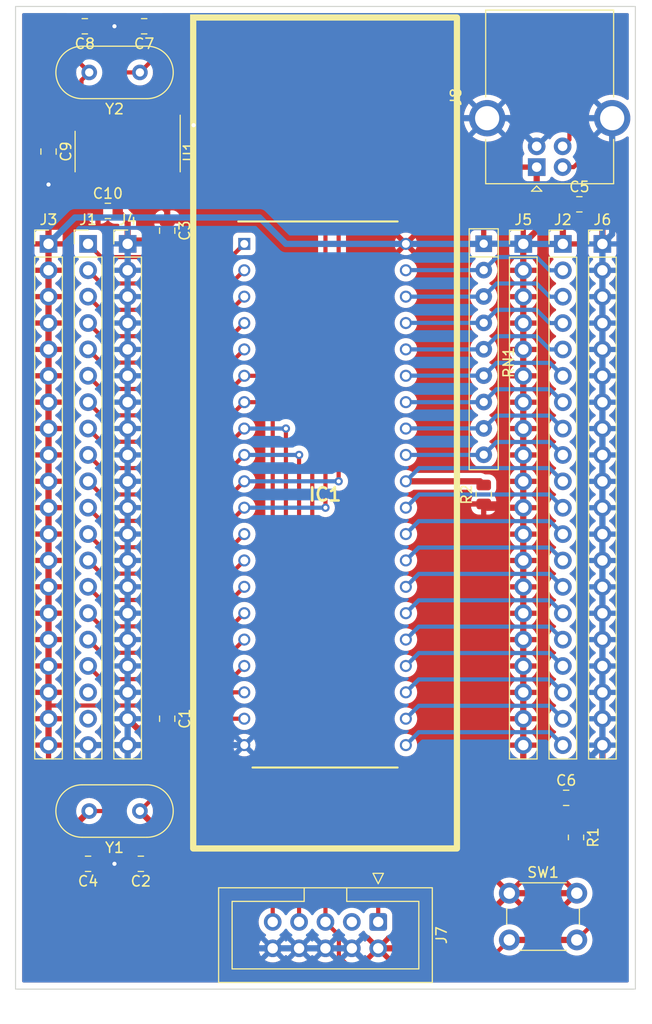
<source format=kicad_pcb>
(kicad_pcb (version 20211014) (generator pcbnew)
  (layers (0 "F.Cu" signal) (31 "B.Cu" signal) (34 "B.Paste" user) (35 "F.Paste" user) (36 "B.SilkS" user "B.Silkscreen") (37 "F.SilkS" user "F.Silkscreen") (38 "B.Mask" user) (39 "F.Mask" user) (44 "Edge.Cuts" user))
  (net 0 "")
  (net 3 "Net-(IC1-Pad1)")
  (net 4 "Net-(IC1-Pad2)")
  (net 5 "Net-(IC1-Pad3)")
  (net 6 "Net-(IC1-Pad4)")
  (net 7 "Net-(IC1-Pad5)")
  (net 8 "Net-(IC1-Pad12)")
  (net 9 "Net-(IC1-Pad13)")
  (net 10 "Net-(IC1-Pad14)")
  (net 11 "Net-(IC1-Pad15)")
  (net 12 "Net-(IC1-Pad16)")
  (net 13 "Net-(IC1-Pad17)")
  (net 14 "Net-(IC1-Pad21)")
  (net 15 "Net-(IC1-Pad22)")
  (net 16 "Net-(IC1-Pad23)")
  (net 17 "Net-(IC1-Pad24)")
  (net 18 "Net-(IC1-Pad25)")
  (net 19 "Net-(IC1-Pad26)")
  (net 20 "Net-(IC1-Pad27)")
  (net 21 "Net-(IC1-Pad28)")
  (net 22 "Net-(IC1-Pad29)")
  (net 23 "Net-(IC1-Pad30)")
  (net 24 "Net-(IC1-Pad31)")
  (net 25 "Net-(IC1-Pad32)")
  (net 26 "Net-(IC1-Pad33)")
  (net 27 "Net-(IC1-Pad34)")
  (net 28 "Net-(IC1-Pad35)")
  (net 29 "Net-(IC1-Pad36)")
  (net 30 "Net-(IC1-Pad37)")
  (net 31 "Net-(IC1-Pad38)")
  (net 32 "Net-(IC1-Pad39)")
  (net 33 "+5V")
  (net 34 "GND")
  (net 35 "/MOSI")
  (net 37 "/RST")
  (net 38 "/MISO")
  (net 39 "/XTAL1")
  (net 40 "/XTAL2")
  (net 41 "/SCK")
  (net 43 "Net-(U1-Pad7)")
  (net 44 "Net-(U1-Pad8)")
  (net 45 "Net-(U1-Pad4)")
  (net 46 "/CH_RXD")
  (net 47 "/CH_TXD")
  (net 48 "Net-(U1-Pad6)")
  (net 49 "Net-(U1-Pad5)")
  (net 50 "Net-(U1-Pad9)")
  (net 51 "Net-(U1-Pad10)")
  (footprint "Resistor_SMD:R_0805_2012Metric" (layer "F.Cu") (at 182.88 138.43 -90)
    (fp_text reference "R1")
    (fp_text value "R")
  )
  (footprint "Button_Switch_THT:SW_PUSH_6mm" (layer "F.Cu") (at 176.455 143.8)
    (fp_text reference "SW1")
    (fp_text value "SW_Push")
  )
  (footprint "Capacitor_SMD:C_0805_2012Metric" (layer "F.Cu") (at 135.89 140.97 180)
    (fp_text reference "C4")
    (fp_text value "C")
  )
  (footprint "Capacitor_SMD:C_0805_2012Metric" (layer "F.Cu") (at 135.575 60.325 180)
    (fp_text reference "C8")
    (fp_text value "C")
  )
  (footprint "Resistor_SMD:R_0805_2012Metric" (layer "F.Cu") (at 173.99 105.41 90)
    (fp_text reference "R2")
    (fp_text value "R")
  )
  (footprint "Connector_PinHeader_2.54mm:PinHeader_1x20_P2.54mm_Vertical" (layer "F.Cu") (at 135.89 81.28)
    (fp_text reference "J1")
    (fp_text value "Conn_01x20")
  )
  (footprint "Capacitor_SMD:C_0805_2012Metric" (layer "F.Cu") (at 137.795 78.105)
    (fp_text reference "C10")
    (fp_text value "C")
  )
  (footprint "Package_SO:SOP-16_3.9x9.9mm_P1.27mm" (layer "F.Cu") (at 139.7 72.39 -90)
    (fp_text reference "U1")
    (fp_text value "CH340G")
  )
  (footprint "Connector_PinHeader_2.54mm:PinHeader_1x20_P2.54mm_Vertical" (layer "F.Cu") (at 181.61 81.285)
    (fp_text reference "J2")
    (fp_text value "Conn_01x20")
  )
  (footprint "Capacitor_SMD:C_0805_2012Metric" (layer "F.Cu") (at 140.97 140.97 180)
    (fp_text reference "C2")
    (fp_text value "C")
  )
  (footprint "Capacitor_SMD:C_0805_2012Metric" (layer "F.Cu") (at 183.2 77.47)
    (fp_text reference "C5")
    (fp_text value "C")
  )
  (footprint "Capacitor_SMD:C_0805_2012Metric" (layer "F.Cu") (at 143.51 80.01 -90)
    (fp_text reference "C3")
    (fp_text value "C")
  )
  (footprint "Capacitor_SMD:C_0805_2012Metric" (layer "F.Cu") (at 132.08 72.39 -90)
    (fp_text reference "C9")
    (fp_text value "C")
  )
  (footprint "Crystal:Crystal_HC49-U_Vertical" (layer "F.Cu") (at 140.88 64.77 180)
    (fp_text reference "Y2")
    (fp_text value "Crystal")
  )
  (footprint "Resistor_THT:R_Array_SIP9" (layer "F.Cu") (at 173.99 81.265 -90)
    (fp_text reference "RN1")
    (fp_text value "R_Network08")
  )
  (footprint "Capacitor_SMD:C_0805_2012Metric" (layer "F.Cu") (at 143.51 127 -90)
    (fp_text reference "C1")
    (fp_text value "C")
  )
  (footprint "Connector_PinHeader_2.54mm:PinHeader_1x20_P2.54mm_Vertical" (layer "F.Cu") (at 139.7 81.28)
    (fp_text reference "J4")
    (fp_text value "Conn_01x20")
  )
  (footprint "Connector_IDC:IDC-Header_2x05_P2.54mm_Vertical" (layer "F.Cu") (at 163.83 146.5675 -90)
    (fp_text reference "J7")
    (fp_text value "Conn_02x05_Odd_Even")
  )
  (footprint "Connector_PinHeader_2.54mm:PinHeader_1x20_P2.54mm_Vertical" (layer "F.Cu") (at 132.08 81.28)
    (fp_text reference "J3")
    (fp_text value "Conn_01x20")
  )
  (footprint "Connector_PinHeader_2.54mm:PinHeader_1x20_P2.54mm_Vertical" (layer "F.Cu") (at 185.42 81.285)
    (fp_text reference "J6")
    (fp_text value "Conn_01x20")
  )
  (footprint "Capacitor_SMD:C_0805_2012Metric" (layer "F.Cu") (at 181.93 134.62)
    (fp_text reference "C6")
    (fp_text value "C")
  )
  (footprint "Connector_USB:USB_B_OST_USB-B1HSxx_Horizontal" (layer "F.Cu") (at 179.09 73.8875 90)
    (fp_text reference "J8")
    (fp_text value "USB_B")
  )
  (footprint "Connector_PinHeader_2.54mm:PinHeader_1x20_P2.54mm_Vertical" (layer "F.Cu") (at 177.8 81.285)
    (fp_text reference "J5")
    (fp_text value "Conn_01x20")
  )
  (footprint "Crystal:Crystal_HC49-U_Vertical" (layer "F.Cu") (at 140.88 135.89 180)
    (fp_text reference "Y1")
    (fp_text value "Crystal")
  )
  (footprint "SamacSys_Parts:DIP1556W56P254L5232H483Q40N" (layer "F.Cu") (at 158.712 105.41)
    (fp_text reference "IC1")
    (fp_text value "AT89S52-24PU" hide)
  )
  (footprint "Capacitor_SMD:C_0805_2012Metric" (layer "F.Cu") (at 141.29 60.325 180)
    (fp_text reference "C7")
    (fp_text value "C")
  )
  (gr_rect (start 146.012 59.484) (end 171.412 139.494) (layer "F.SilkS") (width 0.6) (fill none))
  (gr_rect (start 188.595 58.42) (end 128.905 153.035) (layer "Edge.Cuts") (width 0.1) (fill none))
  (segment (start 137.16 82.55) (end 149.663 82.55) (width 0.4) (layer "F.Cu") (net 3))
  (segment (start 149.663 82.55) (end 150.933 81.28) (width 0.4) (layer "F.Cu") (net 3))
  (segment (start 135.89 81.28) (end 137.16 82.55) (width 0.4) (layer "F.Cu") (net 3))
  (segment (start 149.663 85.09) (end 150.933 83.82) (width 0.4) (layer "F.Cu") (net 4))
  (segment (start 135.89 83.82) (end 137.16 85.09) (width 0.4) (layer "F.Cu") (net 4))
  (segment (start 137.16 85.09) (end 149.663 85.09) (width 0.4) (layer "F.Cu") (net 4))
  (segment (start 135.89 86.36) (end 137.16 87.63) (width 0.4) (layer "F.Cu") (net 5))
  (segment (start 137.16 87.63) (end 149.663 87.63) (width 0.4) (layer "F.Cu") (net 5))
  (segment (start 149.663 87.63) (end 150.933 86.36) (width 0.4) (layer "F.Cu") (net 5))
  (segment (start 135.89 88.9) (end 137.16 90.17) (width 0.4) (layer "F.Cu") (net 6))
  (segment (start 149.663 90.17) (end 150.933 88.9) (width 0.4) (layer "F.Cu") (net 6))
  (segment (start 137.16 90.17) (end 149.663 90.17) (width 0.4) (layer "F.Cu") (net 6))
  (segment (start 135.89 91.44) (end 137.16 92.71) (width 0.4) (layer "F.Cu") (net 7))
  (segment (start 149.663 92.71) (end 150.933 91.44) (width 0.4) (layer "F.Cu") (net 7))
  (segment (start 137.16 92.71) (end 149.663 92.71) (width 0.4) (layer "F.Cu") (net 7))
  (segment (start 137.16 110.49) (end 149.663 110.49) (width 0.4) (layer "F.Cu") (net 8))
  (segment (start 149.663 110.49) (end 150.933 109.22) (width 0.4) (layer "F.Cu") (net 8))
  (segment (start 135.89 109.22) (end 137.16 110.49) (width 0.4) (layer "F.Cu") (net 8))
  (segment (start 149.663 113.03) (end 150.933 111.76) (width 0.4) (layer "F.Cu") (net 9))
  (segment (start 137.16 113.03) (end 149.663 113.03) (width 0.4) (layer "F.Cu") (net 9))
  (segment (start 135.89 111.76) (end 137.16 113.03) (width 0.4) (layer "F.Cu") (net 9))
  (segment (start 149.663 115.57) (end 150.933 114.3) (width 0.4) (layer "F.Cu") (net 10))
  (segment (start 137.16 115.57) (end 149.663 115.57) (width 0.4) (layer "F.Cu") (net 10))
  (segment (start 135.89 114.3) (end 137.16 115.57) (width 0.4) (layer "F.Cu") (net 10))
  (segment (start 149.663 118.11) (end 150.933 116.84) (width 0.4) (layer "F.Cu") (net 11))
  (segment (start 137.16 118.11) (end 149.663 118.11) (width 0.4) (layer "F.Cu") (net 11))
  (segment (start 135.89 116.84) (end 137.16 118.11) (width 0.4) (layer "F.Cu") (net 11))
  (segment (start 137.16 120.65) (end 149.663 120.65) (width 0.4) (layer "F.Cu") (net 12))
  (segment (start 135.89 119.38) (end 137.16 120.65) (width 0.4) (layer "F.Cu") (net 12))
  (segment (start 149.663 120.65) (end 150.933 119.38) (width 0.4) (layer "F.Cu") (net 12))
  (segment (start 135.89 121.92) (end 137.16 123.19) (width 0.4) (layer "F.Cu") (net 13))
  (segment (start 137.16 123.19) (end 149.663 123.19) (width 0.4) (layer "F.Cu") (net 13))
  (segment (start 149.663 123.19) (end 150.933 121.92) (width 0.4) (layer "F.Cu") (net 13))
  (segment (start 180.360489 128.295489) (end 167.735511 128.295489) (width 0.4) (layer "B.Cu") (net 14))
  (segment (start 167.735511 128.295489) (end 166.491 129.54) (width 0.4) (layer "B.Cu") (net 14))
  (segment (start 181.61 129.545) (end 180.360489 128.295489) (width 0.4) (layer "B.Cu") (net 14))
  (segment (start 167.735511 125.755489) (end 166.491 127) (width 0.4) (layer "B.Cu") (net 15))
  (segment (start 181.61 127.005) (end 180.360489 125.755489) (width 0.4) (layer "B.Cu") (net 15))
  (segment (start 180.360489 125.755489) (end 167.735511 125.755489) (width 0.4) (layer "B.Cu") (net 15))
  (segment (start 167.735511 123.215489) (end 166.491 124.46) (width 0.4) (layer "B.Cu") (net 16))
  (segment (start 180.360489 123.215489) (end 167.735511 123.215489) (width 0.4) (layer "B.Cu") (net 16))
  (segment (start 181.61 124.465) (end 180.360489 123.215489) (width 0.4) (layer "B.Cu") (net 16))
  (segment (start 180.360489 120.675489) (end 167.735511 120.675489) (width 0.4) (layer "B.Cu") (net 17))
  (segment (start 181.61 121.925) (end 180.360489 120.675489) (width 0.4) (layer "B.Cu") (net 17))
  (segment (start 167.735511 120.675489) (end 166.491 121.92) (width 0.4) (layer "B.Cu") (net 17))
  (segment (start 167.735511 118.135489) (end 166.491 119.38) (width 0.4) (layer "B.Cu") (net 18))
  (segment (start 181.61 119.385) (end 180.360489 118.135489) (width 0.4) (layer "B.Cu") (net 18))
  (segment (start 180.360489 118.135489) (end 167.735511 118.135489) (width 0.4) (layer "B.Cu") (net 18))
  (segment (start 181.61 116.845) (end 180.360489 115.595489) (width 0.4) (layer "B.Cu") (net 19))
  (segment (start 180.360489 115.595489) (end 167.735511 115.595489) (width 0.4) (layer "B.Cu") (net 19))
  (segment (start 167.735511 115.595489) (end 166.491 116.84) (width 0.4) (layer "B.Cu") (net 19))
  (segment (start 181.61 114.305) (end 180.360489 113.055489) (width 0.4) (layer "B.Cu") (net 20))
  (segment (start 167.735511 113.055489) (end 166.491 114.3) (width 0.4) (layer "B.Cu") (net 20))
  (segment (start 180.360489 113.055489) (end 167.735511 113.055489) (width 0.4) (layer "B.Cu") (net 20))
  (segment (start 181.61 111.765) (end 180.360489 110.515489) (width 0.4) (layer "B.Cu") (net 21))
  (segment (start 167.735511 110.515489) (end 166.491 111.76) (width 0.4) (layer "B.Cu") (net 21))
  (segment (start 180.360489 110.515489) (end 167.735511 110.515489) (width 0.4) (layer "B.Cu") (net 21))
  (segment (start 180.360489 107.975489) (end 167.735511 107.975489) (width 0.4) (layer "B.Cu") (net 22))
  (segment (start 181.61 109.225) (end 180.360489 107.975489) (width 0.4) (layer "B.Cu") (net 22))
  (segment (start 167.735511 107.975489) (end 166.491 109.22) (width 0.4) (layer "B.Cu") (net 22))
  (segment (start 180.335 105.41) (end 167.761 105.41) (width 0.4) (layer "B.Cu") (net 23))
  (segment (start 181.61 106.685) (end 180.335 105.41) (width 0.4) (layer "B.Cu") (net 23))
  (segment (start 167.761 105.41) (end 166.491 106.68) (width 0.4) (layer "B.Cu") (net 23))
  (segment (start 173.99 104.4975) (end 173.6325 104.14) (width 0.6) (layer "F.Cu") (net 24))
  (segment (start 173.6325 104.14) (end 166.491 104.14) (width 0.6) (layer "F.Cu") (net 24))
  (segment (start 167.761 102.87) (end 166.491 104.14) (width 0.4) (layer "B.Cu") (net 24))
  (segment (start 180.34 102.87) (end 167.761 102.87) (width 0.4) (layer "B.Cu") (net 24))
  (segment (start 180.34 102.875) (end 180.34 102.87) (width 0.4) (layer "B.Cu") (net 24))
  (segment (start 181.61 104.145) (end 180.34 102.875) (width 0.4) (layer "B.Cu") (net 24))
  (segment (start 175.219511 100.355489) (end 173.99 101.585) (width 0.4) (layer "B.Cu") (net 25))
  (segment (start 180.360489 100.355489) (end 175.219511 100.355489) (width 0.4) (layer "B.Cu") (net 25))
  (segment (start 173.975 101.6) (end 173.99 101.585) (width 0.4) (layer "B.Cu") (net 25))
  (segment (start 181.61 101.605) (end 180.360489 100.355489) (width 0.4) (layer "B.Cu") (net 25))
  (segment (start 166.491 101.6) (end 173.975 101.6) (width 0.4) (layer "B.Cu") (net 25))
  (segment (start 173.99 99.045) (end 166.506 99.045) (width 0.4) (layer "B.Cu") (net 26))
  (segment (start 181.61 99.065) (end 180.360489 97.815489) (width 0.4) (layer "B.Cu") (net 26))
  (segment (start 166.506 99.045) (end 166.491 99.06) (width 0.4) (layer "B.Cu") (net 26))
  (segment (start 175.219511 97.815489) (end 173.99 99.045) (width 0.4) (layer "B.Cu") (net 26))
  (segment (start 180.360489 97.815489) (end 175.219511 97.815489) (width 0.4) (layer "B.Cu") (net 26))
  (segment (start 180.360489 95.275489) (end 175.219511 95.275489) (width 0.4) (layer "B.Cu") (net 27))
  (segment (start 175.219511 95.275489) (end 173.99 96.505) (width 0.4) (layer "B.Cu") (net 27))
  (segment (start 181.61 96.525) (end 180.360489 95.275489) (width 0.4) (layer "B.Cu") (net 27))
  (segment (start 173.975 96.52) (end 173.99 96.505) (width 0.4) (layer "B.Cu") (net 27))
  (segment (start 166.491 96.52) (end 173.975 96.52) (width 0.4) (layer "B.Cu") (net 27))
  (segment (start 180.360489 92.735489) (end 175.219511 92.735489) (width 0.4) (layer "B.Cu") (net 28))
  (segment (start 166.506 93.965) (end 166.491 93.98) (width 0.4) (layer "B.Cu") (net 28))
  (segment (start 173.99 93.965) (end 166.506 93.965) (width 0.4) (layer "B.Cu") (net 28))
  (segment (start 181.61 93.985) (end 180.360489 92.735489) (width 0.4) (layer "B.Cu") (net 28))
  (segment (start 175.219511 92.735489) (end 173.99 93.965) (width 0.4) (layer "B.Cu") (net 28))
  (segment (start 180.345 91.445) (end 179.07 90.17) (width 0.4) (layer "B.Cu") (net 29))
  (segment (start 179.07 90.17) (end 175.245 90.17) (width 0.4) (layer "B.Cu") (net 29))
  (segment (start 181.61 91.445) (end 180.345 91.445) (width 0.4) (layer "B.Cu") (net 29))
  (segment (start 175.245 90.17) (end 173.99 91.425) (width 0.4) (layer "B.Cu") (net 29))
  (segment (start 166.491 91.44) (end 173.975 91.44) (width 0.4) (layer "B.Cu") (net 29))
  (segment (start 173.975 91.44) (end 173.99 91.425) (width 0.4) (layer "B.Cu") (net 29))
  (segment (start 175.245 87.63) (end 173.99 88.885) (width 0.4) (layer "B.Cu") (net 30))
  (segment (start 166.506 88.885) (end 166.491 88.9) (width 0.4) (layer "B.Cu") (net 30))
  (segment (start 181.61 88.905) (end 180.345 88.905) (width 0.4) (layer "B.Cu") (net 30))
  (segment (start 173.99 88.885) (end 166.506 88.885) (width 0.4) (layer "B.Cu") (net 30))
  (segment (start 179.07 87.63) (end 175.245 87.63) (width 0.4) (layer "B.Cu") (net 30))
  (segment (start 180.345 88.905) (end 179.07 87.63) (width 0.4) (layer "B.Cu") (net 30))
  (segment (start 181.61 86.365) (end 180.345 86.365) (width 0.4) (layer "B.Cu") (net 31))
  (segment (start 173.975 86.36) (end 173.99 86.345) (width 0.4) (layer "B.Cu") (net 31))
  (segment (start 175.245 85.09) (end 173.99 86.345) (width 0.4) (layer "B.Cu") (net 31))
  (segment (start 166.491 86.36) (end 173.975 86.36) (width 0.4) (layer "B.Cu") (net 31))
  (segment (start 180.345 86.365) (end 179.07 85.09) (width 0.4) (layer "B.Cu") (net 31))
  (segment (start 179.07 85.09) (end 175.245 85.09) (width 0.4) (layer "B.Cu") (net 31))
  (segment (start 179.07 82.55) (end 175.245 82.55) (width 0.4) (layer "B.Cu") (net 32))
  (segment (start 175.245 82.55) (end 173.99 83.805) (width 0.4) (layer "B.Cu") (net 32))
  (segment (start 181.61 83.825) (end 180.345 83.825) (width 0.4) (layer "B.Cu") (net 32))
  (segment (start 166.506 83.805) (end 166.491 83.82) (width 0.4) (layer "B.Cu") (net 32))
  (segment (start 173.99 83.805) (end 166.506 83.805) (width 0.4) (layer "B.Cu") (net 32))
  (segment (start 180.345 83.825) (end 179.07 82.55) (width 0.4) (layer "B.Cu") (net 32))
  (segment (start 177.8 111.765) (end 177.8 114.305) (width 0.6) (layer "F.Cu") (net 33))
  (segment (start 163.83 149.1075) (end 171.1475 149.1075) (width 0.6) (layer "F.Cu") (net 33))
  (segment (start 143.51 126.05) (end 143.19 125.73) (width 0.4) (layer "F.Cu") (net 33))
  (segment (start 132.08 106.68) (end 132.08 109.22) (width 0.6) (layer "F.Cu") (net 33))
  (segment (start 132.08 81.28) (end 132.08 79.375) (width 0.6) (layer "F.Cu") (net 33))
  (segment (start 132.08 121.92) (end 132.08 124.46) (width 0.6) (layer "F.Cu") (net 33))
  (segment (start 143.19 125.73) (end 132.08 125.73) (width 0.4) (layer "F.Cu") (net 33))
  (segment (start 174.3525 106.685) (end 173.99 106.3225) (width 0.6) (layer "F.Cu") (net 33))
  (segment (start 180.98 134.62) (end 180.98 143.45) (width 0.6) (layer "F.Cu") (net 33))
  (segment (start 132.08 104.14) (end 132.08 106.68) (width 0.6) (layer "F.Cu") (net 33))
  (segment (start 177.8 88.905) (end 177.8 91.445) (width 0.6) (layer "F.Cu") (net 33))
  (segment (start 132.08 81.28) (end 132.08 83.82) (width 0.6) (layer "F.Cu") (net 33))
  (segment (start 182.25 77.47) (end 182.245 77.47) (width 0.6) (layer "F.Cu") (net 33))
  (segment (start 177.8 106.685) (end 174.3525 106.685) (width 0.6) (layer "F.Cu") (net 33))
  (segment (start 177.8 81.285) (end 177.8 83.825) (width 0.6) (layer "F.Cu") (net 33))
  (segment (start 176.455 143.8) (end 180.63 143.8) (width 0.6) (layer "F.Cu") (net 33))
  (segment (start 132.08 109.22) (end 132.08 111.76) (width 0.6) (layer "F.Cu") (net 33))
  (segment (start 177.8 121.925) (end 177.8 124.465) (width 0.6) (layer "F.Cu") (net 33))
  (segment (start 137.795 74.89) (end 137.795 76.835) (width 0.4) (layer "F.Cu") (net 33))
  (segment (start 177.8 93.985) (end 177.8 96.525) (width 0.6) (layer "F.Cu") (net 33))
  (segment (start 132.08 88.9) (end 132.08 86.36) (width 0.6) (layer "F.Cu") (net 33))
  (segment (start 177.8 106.685) (end 177.8 109.225) (width 0.6) (layer "F.Cu") (net 33))
  (segment (start 179.09 79.995) (end 177.8 81.285) (width 0.6) (layer "F.Cu") (net 33))
  (segment (start 132.08 116.84) (end 132.08 119.38) (width 0.6) (layer "F.Cu") (net 33))
  (segment (start 137.795 76.835) (end 139.065 76.835) (width 0.6) (layer "F.Cu") (net 33))
  (segment (start 143.51 78.105) (end 143.51 79.06) (width 0.6) (layer "F.Cu") (net 33))
  (segment (start 177.8 111.765) (end 177.8 109.225) (width 0.6) (layer "F.Cu") (net 33))
  (segment (start 171.1475 149.1075) (end 176.455 143.8) (width 0.6) (layer "F.Cu") (net 33))
  (segment (start 180.98 143.45) (end 180.63 143.8) (width 0.6) (layer "F.Cu") (net 33))
  (segment (start 177.8 116.845) (end 177.8 114.305) (width 0.6) (layer "F.Cu") (net 33))
  (segment (start 177.8 124.465) (end 177.8 127.005) (width 0.6) (layer "F.Cu") (net 33))
  (segment (start 132.08 125.73) (end 132.08 124.46) (width 0.6) (layer "F.Cu") (net 33))
  (segment (start 132.08 96.52) (end 132.08 99.06) (width 0.6) (layer "F.Cu") (net 33))
  (segment (start 177.8 104.145) (end 177.8 101.605) (width 0.6) (layer "F.Cu") (net 33))
  (segment (start 177.8 99.065) (end 177.8 101.605) (width 0.6) (layer "F.Cu") (net 33))
  (segment (start 132.08 96.52) (end 132.08 93.98) (width 0.6) (layer "F.Cu") (net 33))
  (segment (start 139.065 74.89) (end 139.065 76.835) (width 0.4) (layer "F.Cu") (net 33))
  (segment (start 132.08 93.98) (end 132.08 91.44) (width 0.6) (layer "F.Cu") (net 33))
  (segment (start 132.08 116.84) (end 132.08 114.3) (width 0.6) (layer "F.Cu") (net 33))
  (segment (start 136.845 78.105) (end 136.845 77.15) (width 0.6) (layer "F.Cu") (net 33))
  (segment (start 180.63 143.8) (end 182.955 143.8) (width 0.6) (layer "F.Cu") (net 33))
  (segment (start 177.8 129.545) (end 177.8 131.44) (width 0.6) (layer "F.Cu") (net 33))
  (segment (start 132.08 121.92) (end 132.08 119.38) (width 0.6) (layer "F.Cu") (net 33))
  (segment (start 177.8 119.385) (end 177.8 121.925) (width 0.6) (layer "F.Cu") (net 33))
  (segment (start 144.145 74.89) (end 144.145 77.47) (width 0.4) (layer "F.Cu") (net 33))
  (segment (start 177.8 131.44) (end 180.98 134.62) (width 0.6) (layer "F.Cu") (net 33))
  (segment (start 177.8 116.845) (end 177.8 119.385) (width 0.6) (layer "F.Cu") (net 33))
  (segment (start 134.62 76.835) (end 137.16 76.835) (width 0.6) (layer "F.Cu") (net 33))
  (segment (start 132.08 99.06) (end 132.08 101.6) (width 0.6) (layer "F.Cu") (net 33))
  (segment (start 177.8 93.985) (end 177.8 91.445) (width 0.6) (layer "F.Cu") (net 33))
  (segment (start 132.08 127) (end 132.08 129.54) (width 0.6) (layer "F.Cu") (net 33))
  (segment (start 182.245 77.47) (end 181.61 78.105) (width 0.6) (layer "F.Cu") (net 33))
  (segment (start 181.61 78.105) (end 181.61 81.285) (width 0.6) (layer "F.Cu") (net 33))
  (segment (start 177.8 104.145) (end 177.8 106.685) (width 0.6) (layer "F.Cu") (net 33))
  (segment (start 132.08 111.76) (end 132.08 114.3) (width 0.6) (layer "F.Cu") (net 33))
  (segment (start 142.24 76.835) (end 143.51 78.105) (width 0.6) (layer "F.Cu") (net 33))
  (segment (start 179.09 73.8875) (end 179.09 79.995) (width 0.6) (layer "F.Cu") (net 33))
  (segment (start 136.845 77.15) (end 137.16 76.835) (width 0.6) (layer "F.Cu") (net 33))
  (segment (start 132.08 86.36) (end 132.08 83.82) (width 0.6) (layer "F.Cu") (net 33))
  (segment (start 132.08 79.375) (end 134.62 76.835) (width 0.6) (layer "F.Cu") (net 33))
  (segment (start 177.8 99.065) (end 177.8 96.525) (width 0.6) (layer "F.Cu") (net 33))
  (segment (start 177.8 129.545) (end 177.8 127.005) (width 0.6) (layer "F.Cu") (net 33))
  (segment (start 132.08 88.9) (end 132.08 91.44) (width 0.6) (layer "F.Cu") (net 33))
  (segment (start 177.8 83.825) (end 177.8 86.365) (width 0.6) (layer "F.Cu") (net 33))
  (segment (start 177.8 86.365) (end 177.8 88.905) (width 0.6) (layer "F.Cu") (net 33))
  (segment (start 137.16 76.835) (end 137.795 76.835) (width 0.6) (layer "F.Cu") (net 33))
  (segment (start 132.08 101.6) (end 132.08 104.14) (width 0.6) (layer "F.Cu") (net 33))
  (segment (start 139.065 76.835) (end 142.24 76.835) (width 0.6) (layer "F.Cu") (net 33))
  (segment (start 144.145 77.47) (end 143.51 78.105) (width 0.4) (layer "F.Cu") (net 33))
  (segment (start 132.08 127) (end 132.08 125.73) (width 0.6) (layer "F.Cu") (net 33))
  (segment (start 173.975 81.28) (end 173.99 81.265) (width 0.6) (layer "B.Cu") (net 33))
  (segment (start 177.78 81.265) (end 177.8 81.285) (width 0.6) (layer "B.Cu") (net 33))
  (segment (start 134.62 78.74) (end 132.08 81.28) (width 0.6) (layer "B.Cu") (net 33))
  (segment (start 181.61 81.285) (end 177.8 81.285) (width 0.6) (layer "B.Cu") (net 33))
  (segment (start 173.99 81.265) (end 177.78 81.265) (width 0.6) (layer "B.Cu") (net 33))
  (segment (start 154.94 81.28) (end 152.4 78.74) (width 0.6) (layer "B.Cu") (net 33))
  (segment (start 166.491 81.28) (end 173.975 81.28) (width 0.6) (layer "B.Cu") (net 33))
  (segment (start 166.491 81.28) (end 154.94 81.28) (width 0.6) (layer "B.Cu") (net 33))
  (segment (start 152.4 78.74) (end 134.62 78.74) (width 0.6) (layer "B.Cu") (net 33))
  (segment (start 182.88 134.62) (end 182.88 137.5175) (width 0.6) (layer "F.Cu") (net 34))
  (segment (start 143.51 80.96) (end 140.02 80.96) (width 0.6) (layer "F.Cu") (net 34))
  (segment (start 139.7 81.28) (end 139.7 79.06) (width 0.6) (layer "F.Cu") (net 34))
  (segment (start 136.525 60.325) (end 138.43 60.325) (width 0.6) (layer "F.Cu") (net 34))
  (segment (start 138.43 60.325) (end 140.34 60.325) (width 0.6) (layer "F.Cu") (net 34))
  (segment (start 136.84 140.97) (end 138.43 140.97) (width 0.6) (layer "F.Cu") (net 34))
  (segment (start 139.7 79.06) (end 138.745 78.105) (width 0.6) (layer "F.Cu") (net 34))
  (segment (start 185.42 132.08) (end 185.42 129.545) (width 0.6) (layer "F.Cu") (net 34))
  (segment (start 184.15 77.47) (end 184.785 77.47) (width 0.6) (layer "F.Cu") (net 34))
  (segment (start 146.01 69.89) (end 146.05 69.85) (width 0.6) (layer "F.Cu") (net 34))
  (segment (start 182.88 134.62) (end 185.42 132.08) (width 0.6) (layer "F.Cu") (net 34))
  (segment (start 144.145 69.89) (end 146.01 69.89) (width 0.6) (layer "F.Cu") (net 34))
  (segment (start 143.51 127.95) (end 140.65 127.95) (width 0.6) (layer "F.Cu") (net 34))
  (segment (start 140.02 80.96) (end 139.7 81.28) (width 0.6) (layer "F.Cu") (net 34))
  (segment (start 140.65 127.95) (end 139.7 127) (width 0.6) (layer "F.Cu") (net 34))
  (segment (start 185.42 78.105) (end 185.42 81.285) (width 0.6) (layer "F.Cu") (net 34))
  (segment (start 138.43 140.97) (end 140.02 140.97) (width 0.6) (layer "F.Cu") (net 34))
  (segment (start 132.08 73.34) (end 132.08 75.565) (width 0.6) (layer "F.Cu") (net 34))
  (segment (start 184.785 77.47) (end 185.42 78.105) (width 0.6) (layer "F.Cu") (net 34))
  (via (at 138.43 60.325) (size 0.8) (drill 0.4) (layers "F.Cu" "B.Cu") (net 34))
  (via (at 138.43 140.97) (size 0.8) (drill 0.4) (layers "F.Cu" "B.Cu") (net 34))
  (via (at 132.08 75.565) (size 0.8) (drill 0.4) (layers "F.Cu" "B.Cu") (net 34))
  (via (at 146.05 69.85) (size 0.8) (drill 0.4) (layers "F.Cu" "B.Cu") (net 34))
  (segment (start 132.08 66.675) (end 138.43 60.325) (width 0.6) (layer "B.Cu") (net 34))
  (segment (start 185.42 116.845) (end 185.42 119.385) (width 0.6) (layer "B.Cu") (net 34))
  (segment (start 150.933 129.54) (end 139.7 129.54) (width 0.6) (layer "B.Cu") (net 34))
  (segment (start 158.75 149.1075) (end 156.21 149.1075) (width 0.6) (layer "B.Cu") (net 34))
  (segment (start 185.42 96.525) (end 185.42 99.065) (width 0.6) (layer "B.Cu") (net 34))
  (segment (start 185.42 121.925) (end 185.42 124.465) (width 0.6) (layer "B.Cu") (net 34))
  (segment (start 170.18 144.785) (end 185.42 129.545) (width 0.6) (layer "B.Cu") (net 34))
  (segment (start 185.42 91.445) (end 185.42 88.905) (width 0.6) (layer "B.Cu") (net 34))
  (segment (start 132.08 75.565) (end 132.08 66.675) (width 0.6) (layer "B.Cu") (net 34))
  (segment (start 135.89 129.54) (end 139.7 129.54) (width 0.6) (layer "B.Cu") (net 34))
  (segment (start 185.42 101.605) (end 185.42 104.145) (width 0.6) (layer "B.Cu") (net 34))
  (segment (start 132.08 75.565) (end 140.335 75.565) (width 0.6) (layer "B.Cu") (net 34))
  (segment (start 170.18 149.225) (end 170.18 144.785) (width 0.6) (layer "B.Cu") (net 34))
  (segment (start 153.67 149.1075) (end 146.5675 149.1075) (width 0.6) (layer "B.Cu") (net 34))
  (segment (start 185.42 101.605) (end 185.42 99.065) (width 0.6) (layer "B.Cu") (net 34))
  (segment (start 140.335 75.565) (end 146.05 69.85) (width 0.6) (layer "B.Cu") (net 34))
  (segment (start 139.7 124.46) (end 139.7 127) (width 0.6) (layer "B.Cu") (net 34))
  (segment (start 138.43 134.62) (end 138.43 140.97) (width 0.6) (layer "B.Cu") (net 34))
  (segment (start 185.42 114.305) (end 185.42 116.845) (width 0.6) (layer "B.Cu") (net 34))
  (segment (start 139.7 86.36) (end 139.7 88.9) (width 0.6) (layer "B.Cu") (net 34))
  (segment (start 146.5675 149.1075) (end 138.43 140.97) (width 0.6) (layer "B.Cu") (net 34))
  (segment (start 139.7 119.38) (end 139.7 121.92) (width 0.6) (layer "B.Cu") (net 34))
  (segment (start 139.7 106.68) (end 139.7 109.22) (width 0.6) (layer "B.Cu") (net 34))
  (segment (start 139.7 96.52) (end 139.7 99.06) (width 0.6) (layer "B.Cu") (net 34))
  (segment (start 186.36 69.1775) (end 186.36 80.345) (width 0.6) (layer "B.Cu") (net 34))
  (segment (start 139.7 111.76) (end 139.7 114.3) (width 0.6) (layer "B.Cu") (net 34))
  (segment (start 174.32 69.1775) (end 176.38 69.1775) (width 0.6) (layer "B.Cu") (net 34))
  (segment (start 185.42 111.765) (end 185.42 114.305) (width 0.6) (layer "B.Cu") (net 34))
  (segment (start 186.36 80.345) (end 185.42 81.285) (width 0.6) (layer "B.Cu") (net 34))
  (segment (start 185.42 104.145) (end 185.42 106.685) (width 0.6) (layer "B.Cu") (net 34))
  (segment (start 139.7 81.28) (end 139.7 83.82) (width 0.6) (layer "B.Cu") (net 34))
  (segment (start 176.38 69.1775) (end 179.09 71.8875) (width 0.6) (layer "B.Cu") (net 34))
  (segment (start 185.42 81.285) (end 185.42 83.825) (width 0.6) (layer "B.Cu") (net 34))
  (segment (start 139.7 129.54) (end 139.7 133.35) (width 0.6) (layer "B.Cu") (net 34))
  (segment (start 139.7 127) (end 139.7 129.54) (width 0.6) (layer "B.Cu") (net 34))
  (segment (start 163.3125 151.13) (end 168.275 151.13) (width 0.6) (layer "B.Cu") (net 34))
  (segment (start 139.7 116.84) (end 139.7 119.38) (width 0.6) (layer "B.Cu") (net 34))
  (segment (start 139.7 101.6) (end 139.7 104.14) (width 0.6) (layer "B.Cu") (net 34))
  (segment (start 185.42 124.465) (end 185.42 127.005) (width 0.6) (layer "B.Cu") (net 34))
  (segment (start 139.7 91.44) (end 139.7 93.98) (width 0.6) (layer "B.Cu") (net 34))
  (segment (start 185.42 83.825) (end 185.42 86.365) (width 0.6) (layer "B.Cu") (net 34))
  (segment (start 185.42 129.545) (end 185.42 127.005) (width 0.6) (layer "B.Cu") (net 34))
  (segment (start 139.7 88.9) (end 139.7 91.44) (width 0.6) (layer "B.Cu") (net 34))
  (segment (start 185.42 93.985) (end 185.42 96.525) (width 0.6) (layer "B.Cu") (net 34))
  (segment (start 185.42 91.445) (end 185.42 93.985) (width 0.6) (layer "B.Cu") (net 34))
  (segment (start 174.32 69.1775) (end 186.36 69.1775) (width 0.6) (layer "B.Cu") (net 34))
  (segment (start 139.7 121.92) (end 139.7 124.46) (width 0.6) (layer "B.Cu") (net 34))
  (segment (start 161.29 149.1075) (end 163.3125 151.13) (width 0.6) (layer "B.Cu") (net 34))
  (segment (start 185.42 109.225) (end 185.42 111.765) (width 0.6) (layer "B.Cu") (net 34))
  (segment (start 168.275 151.13) (end 170.18 149.225) (width 0.6) (layer "B.Cu") (net 34))
  (segment (start 146.7225 69.1775) (end 174.32 69.1775) (width 0.6) (layer "B.Cu") (net 34))
  (segment (start 185.42 88.905) (end 185.42 86.365) (width 0.6) (layer "B.Cu") (net 34))
  (segment (start 139.7 114.3) (end 139.7 116.84) (width 0.6) (layer "B.Cu") (net 34))
  (segment (start 139.7 99.06) (end 139.7 101.6) (width 0.6) (layer "B.Cu") (net 34))
  (segment (start 185.42 119.385) (end 185.42 121.925) (width 0.6) (layer "B.Cu") (net 34))
  (segment (start 161.29 149.1075) (end 158.75 149.1075) (width 0.6) (layer "B.Cu") (net 34))
  (segment (start 139.7 93.98) (end 139.7 96.52) (width 0.6) (layer "B.Cu") (net 34))
  (segment (start 153.67 149.1075) (end 156.21 149.1075) (width 0.6) (layer "B.Cu") (net 34))
  (segment (start 139.7 133.35) (end 138.43 134.62) (width 0.6) (layer "B.Cu") (net 34))
  (segment (start 139.7 104.14) (end 139.7 106.68) (width 0.6) (layer "B.Cu") (net 34))
  (segment (start 139.7 83.82) (end 139.7 86.36) (width 0.6) (layer "B.Cu") (net 34))
  (segment (start 140.335 75.565) (end 146.7225 69.1775) (width 0.6) (layer "B.Cu") (net 34))
  (segment (start 185.42 106.685) (end 185.42 109.225) (width 0.6) (layer "B.Cu") (net 34))
  (segment (start 139.7 109.22) (end 139.7 111.76) (width 0.6) (layer "B.Cu") (net 34))
  (segment (start 162.56 143.51) (end 163.83 144.78) (width 0.4) (layer "F.Cu") (net 35))
  (segment (start 149.663 95.25) (end 150.933 93.98) (width 0.4) (layer "F.Cu") (net 35))
  (segment (start 160.02 143.51) (end 162.56 143.51) (width 0.4) (layer "F.Cu") (net 35))
  (segment (start 157.48 95.25) (end 157.48 140.97) (width 0.4) (layer "F.Cu") (net 35))
  (segment (start 150.933 93.98) (end 156.21 93.98) (width 0.4) (layer "F.Cu") (net 35))
  (segment (start 137.16 95.25) (end 149.663 95.25) (width 0.4) (layer "F.Cu") (net 35))
  (segment (start 163.83 144.78) (end 163.83 146.5675) (width 0.4) (layer "F.Cu") (net 35))
  (segment (start 156.21 93.98) (end 157.48 95.25) (width 0.4) (layer "F.Cu") (net 35))
  (segment (start 157.48 140.97) (end 160.02 143.51) (width 0.4) (layer "F.Cu") (net 35))
  (segment (start 135.89 93.98) (end 137.16 95.25) (width 0.4) (layer "F.Cu") (net 35))
  (segment (start 137.16 102.87) (end 149.663 102.87) (width 0.4) (layer "F.Cu") (net 37))
  (segment (start 161.29 151.13) (end 173.625 151.13) (width 0.4) (layer "F.Cu") (net 37))
  (segment (start 158.75 144.145) (end 156.21 141.605) (width 0.4) (layer "F.Cu") (net 37))
  (segment (start 173.625 151.13) (end 176.455 148.3) (width 0.4) (layer "F.Cu") (net 37))
  (segment (start 160.040489 147.857989) (end 160.040489 149.880489) (width 0.4) (layer "F.Cu") (net 37))
  (segment (start 158.75 146.5675) (end 158.75 144.145) (width 0.4) (layer "F.Cu") (net 37))
  (segment (start 160.040489 149.880489) (end 161.29 151.13) (width 0.4) (layer "F.Cu") (net 37))
  (segment (start 182.88 140.335) (end 184.785 142.24) (width 0.4) (layer "F.Cu") (net 37))
  (segment (start 156.21 141.605) (end 156.21 101.6) (width 0.4) (layer "F.Cu") (net 37))
  (segment (start 182.88 139.3425) (end 182.88 140.335) (width 0.4) (layer "F.Cu") (net 37))
  (segment (start 149.663 102.87) (end 150.933 101.6) (width 0.4) (layer "F.Cu") (net 37))
  (segment (start 135.89 101.6) (end 137.16 102.87) (width 0.4) (layer "F.Cu") (net 37))
  (segment (start 184.785 146.47) (end 182.955 148.3) (width 0.4) (layer "F.Cu") (net 37))
  (segment (start 182.955 148.3) (end 176.455 148.3) (width 0.6) (layer "F.Cu") (net 37))
  (segment (start 184.785 142.24) (end 184.785 146.47) (width 0.4) (layer "F.Cu") (net 37))
  (segment (start 158.75 146.5675) (end 160.040489 147.857989) (width 0.4) (layer "F.Cu") (net 37))
  (via (at 156.21 101.6) (size 0.8) (drill 0.4) (layers "F.Cu" "B.Cu") (net 37))
  (segment (start 156.21 101.6) (end 150.933 101.6) (width 0.4) (layer "B.Cu") (net 37))
  (segment (start 149.663 97.79) (end 150.933 96.52) (width 0.4) (layer "F.Cu") (net 38))
  (segment (start 135.89 96.52) (end 137.16 97.79) (width 0.4) (layer "F.Cu") (net 38))
  (segment (start 153.67 146.5675) (end 153.67 97.79) (width 0.4) (layer "F.Cu") (net 38))
  (segment (start 137.16 97.79) (end 149.663 97.79) (width 0.4) (layer "F.Cu") (net 38))
  (segment (start 153.67 97.79) (end 152.4 96.52) (width 0.4) (layer "F.Cu") (net 38))
  (segment (start 152.4 96.52) (end 150.933 96.52) (width 0.4) (layer "F.Cu") (net 38))
  (segment (start 141.92 140.97) (end 141.92 136.93) (width 0.6) (layer "F.Cu") (net 39))
  (segment (start 150.933 127) (end 149.77 127) (width 0.4) (layer "F.Cu") (net 39))
  (segment (start 141.92 136.93) (end 140.88 135.89) (width 0.6) (layer "F.Cu") (net 39))
  (segment (start 149.77 127) (end 140.88 135.89) (width 0.4) (layer "F.Cu") (net 39))
  (segment (start 138.43 135.89) (end 136 135.89) (width 0.4) (layer "F.Cu") (net 40))
  (segment (start 150.933 124.46) (end 149.86 124.46) (width 0.4) (layer "F.Cu") (net 40))
  (segment (start 134.94 140.97) (end 134.94 136.95) (width 0.6) (layer "F.Cu") (net 40))
  (segment (start 149.86 124.46) (end 138.43 135.89) (width 0.4) (layer "F.Cu") (net 40))
  (segment (start 134.94 136.95) (end 136 135.89) (width 0.6) (layer "F.Cu") (net 40))
  (segment (start 156.21 144.78) (end 154.94 143.51) (width 0.4) (layer "F.Cu") (net 41))
  (segment (start 149.663 100.33) (end 150.933 99.06) (width 0.4) (layer "F.Cu") (net 41))
  (segment (start 135.89 99.06) (end 137.16 100.33) (width 0.4) (layer "F.Cu") (net 41))
  (segment (start 154.94 142.875) (end 154.94 99.06) (width 0.4) (layer "F.Cu") (net 41))
  (segment (start 156.21 146.5675) (end 156.21 144.78) (width 0.4) (layer "F.Cu") (net 41))
  (segment (start 154.94 143.51) (end 154.94 142.875) (width 0.4) (layer "F.Cu") (net 41))
  (segment (start 137.16 100.33) (end 149.663 100.33) (width 0.4) (layer "F.Cu") (net 41))
  (via (at 154.94 99.06) (size 0.8) (drill 0.4) (layers "F.Cu" "B.Cu") (net 41))
  (segment (start 150.933 99.06) (end 154.94 99.06) (width 0.4) (layer "B.Cu") (net 41))
  (segment (start 136.525 69.89) (end 136.525 67.31) (width 0.4) (layer "F.Cu") (net 43))
  (segment (start 136.525 67.31) (end 139.065 64.77) (width 0.4) (layer "F.Cu") (net 43))
  (segment (start 139.065 64.77) (end 140.88 64.77) (width 0.4) (layer "F.Cu") (net 43))
  (segment (start 142.24 63.41) (end 140.88 64.77) (width 0.4) (layer "F.Cu") (net 43))
  (segment (start 142.24 60.325) (end 142.24 63.41) (width 0.4) (layer "F.Cu") (net 43))
  (segment (start 134.625 60.325) (end 134.625 63.395) (width 0.4) (layer "F.Cu") (net 44))
  (segment (start 134.625 63.395) (end 136 64.77) (width 0.4) (layer "F.Cu") (net 44))
  (segment (start 135.255 69.89) (end 135.255 65.515) (width 0.4) (layer "F.Cu") (net 44))
  (segment (start 135.255 65.515) (end 136 64.77) (width 0.4) (layer "F.Cu") (net 44))
  (segment (start 132.395 71.755) (end 132.08 71.44) (width 0.4) (layer "F.Cu") (net 45))
  (segment (start 139.7 71.755) (end 132.395 71.755) (width 0.4) (layer "F.Cu") (net 45))
  (segment (start 140.335 71.12) (end 139.7 71.755) (width 0.4) (layer "F.Cu") (net 45))
  (segment (start 140.335 69.89) (end 140.335 71.12) (width 0.4) (layer "F.Cu") (net 45))
  (segment (start 157.48 72.39) (end 158.75 73.66) (width 0.4) (layer "F.Cu") (net 46))
  (segment (start 158.75 74.295) (end 158.75 106.68) (width 0.4) (layer "F.Cu") (net 46))
  (segment (start 137.16 107.95) (end 149.663 107.95) (width 0.4) (layer "F.Cu") (net 46))
  (segment (start 135.89 106.68) (end 137.16 107.95) (width 0.4) (layer "F.Cu") (net 46))
  (segment (start 149.663 107.95) (end 150.933 106.68) (width 0.4) (layer "F.Cu") (net 46))
  (segment (start 142.875 72.39) (end 157.48 72.39) (width 0.4) (layer "F.Cu") (net 46))
  (segment (start 141.605 69.89) (end 141.605 71.12) (width 0.4) (layer "F.Cu") (net 46))
  (segment (start 141.605 71.12) (end 142.875 72.39) (width 0.4) (layer "F.Cu") (net 46))
  (segment (start 158.75 73.66) (end 158.75 74.295) (width 0.4) (layer "F.Cu") (net 46))
  (via (at 158.75 106.68) (size 0.8) (drill 0.4) (layers "F.Cu" "B.Cu") (net 46))
  (segment (start 150.933 106.68) (end 158.75 106.68) (width 0.4) (layer "B.Cu") (net 46))
  (segment (start 137.16 105.41) (end 149.663 105.41) (width 0.4) (layer "F.Cu") (net 47))
  (segment (start 143.51 71.755) (end 158.115 71.755) (width 0.4) (layer "F.Cu") (net 47))
  (segment (start 135.89 104.14) (end 137.16 105.41) (width 0.4) (layer "F.Cu") (net 47))
  (segment (start 160.02 73.66) (end 160.02 104.14) (width 0.4) (layer "F.Cu") (net 47))
  (segment (start 142.875 69.89) (end 142.875 71.12) (width 0.4) (layer "F.Cu") (net 47))
  (segment (start 142.875 71.12) (end 143.51 71.755) (width 0.4) (layer "F.Cu") (net 47))
  (segment (start 149.663 105.41) (end 150.933 104.14) (width 0.4) (layer "F.Cu") (net 47))
  (segment (start 158.115 71.755) (end 160.02 73.66) (width 0.4) (layer "F.Cu") (net 47))
  (via (at 160.02 104.14) (size 0.8) (drill 0.4) (layers "F.Cu" "B.Cu") (net 47))
  (segment (start 160.02 104.14) (end 150.933 104.14) (width 0.4) (layer "B.Cu") (net 47))
  (segment (start 182.88 70.485) (end 183.515 71.12) (width 0.4) (layer "F.Cu") (net 48))
  (segment (start 183.515 73.025) (end 182.6525 73.8875) (width 0.4) (layer "F.Cu") (net 48))
  (segment (start 172.471671 65.44048) (end 181.22333 65.44048) (width 0.4) (layer "F.Cu") (net 48))
  (segment (start 181.22333 65.44048) (end 182.88 67.09715) (width 0.4) (layer "F.Cu") (net 48))
  (segment (start 183.515 71.12) (end 183.515 73.025) (width 0.4) (layer "F.Cu") (net 48))
  (segment (start 137.795 69.89) (end 137.795 68.58) (width 0.4) (layer "F.Cu") (net 48))
  (segment (start 182.88 67.09715) (end 182.88 70.485) (width 0.4) (layer "F.Cu") (net 48))
  (segment (start 139.065 67.31) (end 170.60215 67.31) (width 0.4) (layer "F.Cu") (net 48))
  (segment (start 137.795 68.58) (end 139.065 67.31) (width 0.4) (layer "F.Cu") (net 48))
  (segment (start 182.6525 73.8875) (end 181.59 73.8875) (width 0.4) (layer "F.Cu") (net 48))
  (segment (start 170.60215 67.31) (end 172.471671 65.44048) (width 0.4) (layer "F.Cu") (net 48))
  (segment (start 139.065 69.89) (end 139.065 68.58) (width 0.4) (layer "F.Cu") (net 49))
  (segment (start 180.975 66.04) (end 182.245 67.31) (width 0.4) (layer "F.Cu") (net 49))
  (segment (start 170.815 67.945) (end 172.72 66.04) (width 0.4) (layer "F.Cu") (net 49))
  (segment (start 182.245 67.31) (end 182.245 71.2325) (width 0.4) (layer "F.Cu") (net 49))
  (segment (start 139.065 68.58) (end 139.7 67.945) (width 0.4) (layer "F.Cu") (net 49))
  (segment (start 139.7 67.945) (end 170.815 67.945) (width 0.4) (layer "F.Cu") (net 49))
  (segment (start 182.245 71.2325) (end 181.59 71.8875) (width 0.4) (layer "F.Cu") (net 49))
  (segment (start 172.72 66.04) (end 180.975 66.04) (width 0.4) (layer "F.Cu") (net 49))
  (segment (start 135.255 73.025) (end 135.89 72.39) (width 0.4) (layer "F.Cu") (net 50))
  (segment (start 140.97 72.39) (end 141.605 73.025) (width 0.4) (layer "F.Cu") (net 50))
  (segment (start 141.605 73.025) (end 141.605 74.89) (width 0.4) (layer "F.Cu") (net 50))
  (segment (start 135.255 74.89) (end 135.255 73.025) (width 0.4) (layer "F.Cu") (net 50))
  (segment (start 135.89 72.39) (end 140.97 72.39) (width 0.4) (layer "F.Cu") (net 50))
  (segment (start 140.335 73.66) (end 140.335 74.89) (width 0.4) (layer "F.Cu") (net 51))
  (segment (start 136.525 74.89) (end 136.525 73.66) (width 0.4) (layer "F.Cu") (net 51))
  (segment (start 136.525 73.66) (end 137.16 73.025) (width 0.4) (layer "F.Cu") (net 51))
  (segment (start 139.7 73.025) (end 140.335 73.66) (width 0.4) (layer "F.Cu") (net 51))
  (segment (start 137.16 73.025) (end 139.7 73.025) (width 0.4) (layer "F.Cu") (net 51))
  (zone (net 33) (net_name "+5V") (layer "F.Cu") (connect_pads (clearance 0.508)) (min_thickness 0.254) (fill yes (thermal_gap 0.508) (thermal_bridge_width 0.508))
    (polygon (pts (xy 187.96 152.4) (xy 129.54 152.4) (xy 129.54 59.055) (xy 187.96 59.055)))
  )
  (zone (net 34) (net_name "GND") (layer "B.Cu") (connect_pads (clearance 0.508)) (min_thickness 0.254) (fill yes (thermal_gap 0.508) (thermal_bridge_width 0.508))
    (polygon (pts (xy 187.96 152.4) (xy 129.54 152.4) (xy 129.54 59.055) (xy 187.96 59.055)))
  )
)
</source>
